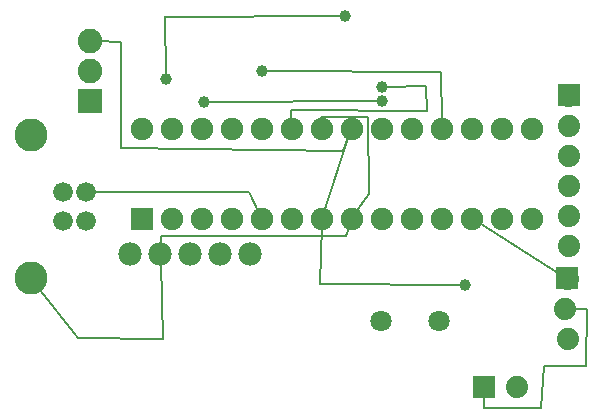
<source format=gbl>
G04 MADE WITH FRITZING*
G04 WWW.FRITZING.ORG*
G04 DOUBLE SIDED*
G04 HOLES PLATED*
G04 CONTOUR ON CENTER OF CONTOUR VECTOR*
%ASAXBY*%
%FSLAX23Y23*%
%MOIN*%
%OFA0B0*%
%SFA1.0B1.0*%
%ADD10C,0.039370*%
%ADD11C,0.075000*%
%ADD12C,0.070925*%
%ADD13C,0.070866*%
%ADD14C,0.082000*%
%ADD15C,0.078000*%
%ADD16C,0.074000*%
%ADD17C,0.066000*%
%ADD18C,0.110000*%
%ADD19R,0.075000X0.075000*%
%ADD20R,0.082000X0.082000*%
%ADD21C,0.008000*%
%ADD22R,0.001000X0.001000*%
%LNCOPPER0*%
G90*
G70*
G54D10*
X1534Y437D03*
X1256Y1098D03*
X664Y1050D03*
X1255Y1052D03*
X855Y1152D03*
X535Y1124D03*
X1134Y1336D03*
G54D11*
X455Y659D03*
X455Y959D03*
X555Y659D03*
X555Y959D03*
X655Y659D03*
X655Y959D03*
X755Y659D03*
X755Y959D03*
X855Y659D03*
X855Y959D03*
X955Y659D03*
X955Y959D03*
X1055Y659D03*
X1055Y959D03*
X1155Y659D03*
X1155Y959D03*
X1255Y659D03*
X1255Y959D03*
X1355Y659D03*
X1355Y959D03*
X1455Y659D03*
X1455Y959D03*
X1555Y659D03*
X1555Y959D03*
X1655Y659D03*
X1655Y959D03*
X1755Y659D03*
X1755Y959D03*
G54D12*
X1253Y318D03*
G54D13*
X1446Y318D03*
G54D14*
X282Y1052D03*
X282Y1152D03*
X282Y1252D03*
G54D15*
X418Y543D03*
X518Y543D03*
X618Y543D03*
X718Y543D03*
X818Y543D03*
G54D16*
X1880Y1070D03*
X1880Y970D03*
X1880Y870D03*
X1880Y770D03*
X1880Y670D03*
X1880Y570D03*
X1875Y459D03*
X1865Y359D03*
X1875Y259D03*
X1598Y99D03*
X1708Y99D03*
G54D17*
X271Y651D03*
X271Y750D03*
X193Y750D03*
X193Y651D03*
G54D18*
X86Y463D03*
X86Y937D03*
G54D19*
X455Y659D03*
G54D20*
X282Y1052D03*
G54D21*
X814Y750D02*
X295Y750D01*
D02*
X846Y680D02*
X814Y750D01*
D02*
X244Y262D02*
X528Y259D01*
D02*
X528Y259D02*
X519Y518D01*
D02*
X117Y423D02*
X244Y262D01*
D02*
X1148Y937D02*
X1063Y681D01*
D02*
X1575Y647D02*
X1853Y473D01*
D02*
X1050Y442D02*
X1520Y437D01*
D02*
X1055Y636D02*
X1050Y442D01*
D02*
X1404Y1101D02*
X1270Y1098D01*
D02*
X953Y1022D02*
X1406Y1019D01*
D02*
X1406Y1019D02*
X1404Y1101D01*
D02*
X954Y982D02*
X953Y1022D01*
D02*
X1241Y1052D02*
X677Y1050D01*
D02*
X385Y1248D02*
X309Y1251D01*
D02*
X1128Y884D02*
X385Y895D01*
D02*
X385Y895D02*
X385Y1248D01*
D02*
X1148Y937D02*
X1128Y884D01*
D02*
X1454Y1149D02*
X868Y1152D01*
D02*
X1455Y982D02*
X1454Y1149D01*
D02*
X535Y1137D02*
X533Y1334D01*
D02*
X533Y1333D02*
X1121Y1336D01*
D02*
X1209Y1000D02*
X1054Y998D01*
D02*
X1054Y998D02*
X1055Y982D01*
D02*
X1213Y743D02*
X1209Y1000D01*
D02*
X1168Y678D02*
X1213Y743D01*
D02*
X519Y602D02*
X519Y567D01*
D02*
X1137Y601D02*
X519Y602D01*
D02*
X1149Y637D02*
X1137Y601D01*
D02*
X1597Y29D02*
X1598Y73D01*
D02*
X1940Y357D02*
X1935Y170D01*
D02*
X1935Y170D02*
X1795Y167D01*
D02*
X1795Y167D02*
X1788Y29D01*
D02*
X1788Y29D02*
X1597Y29D01*
D02*
X1890Y358D02*
X1940Y357D01*
G54D22*
X1843Y1107D02*
X1915Y1107D01*
X1842Y1106D02*
X1915Y1106D01*
X1842Y1105D02*
X1915Y1105D01*
X1842Y1104D02*
X1915Y1104D01*
X1842Y1103D02*
X1915Y1103D01*
X1842Y1102D02*
X1915Y1102D01*
X1842Y1101D02*
X1915Y1101D01*
X1842Y1100D02*
X1915Y1100D01*
X1842Y1099D02*
X1915Y1099D01*
X1842Y1098D02*
X1915Y1098D01*
X1842Y1097D02*
X1915Y1097D01*
X1842Y1096D02*
X1915Y1096D01*
X1842Y1095D02*
X1915Y1095D01*
X1842Y1094D02*
X1915Y1094D01*
X1842Y1093D02*
X1915Y1093D01*
X1842Y1092D02*
X1915Y1092D01*
X1842Y1091D02*
X1915Y1091D01*
X1842Y1090D02*
X1875Y1090D01*
X1883Y1090D02*
X1915Y1090D01*
X1842Y1089D02*
X1871Y1089D01*
X1887Y1089D02*
X1915Y1089D01*
X1842Y1088D02*
X1869Y1088D01*
X1889Y1088D02*
X1915Y1088D01*
X1842Y1087D02*
X1867Y1087D01*
X1890Y1087D02*
X1915Y1087D01*
X1842Y1086D02*
X1866Y1086D01*
X1892Y1086D02*
X1915Y1086D01*
X1842Y1085D02*
X1865Y1085D01*
X1893Y1085D02*
X1915Y1085D01*
X1842Y1084D02*
X1864Y1084D01*
X1894Y1084D02*
X1915Y1084D01*
X1842Y1083D02*
X1863Y1083D01*
X1895Y1083D02*
X1915Y1083D01*
X1842Y1082D02*
X1862Y1082D01*
X1896Y1082D02*
X1915Y1082D01*
X1842Y1081D02*
X1862Y1081D01*
X1896Y1081D02*
X1915Y1081D01*
X1842Y1080D02*
X1861Y1080D01*
X1897Y1080D02*
X1915Y1080D01*
X1842Y1079D02*
X1860Y1079D01*
X1897Y1079D02*
X1915Y1079D01*
X1842Y1078D02*
X1860Y1078D01*
X1898Y1078D02*
X1915Y1078D01*
X1842Y1077D02*
X1860Y1077D01*
X1898Y1077D02*
X1915Y1077D01*
X1842Y1076D02*
X1859Y1076D01*
X1899Y1076D02*
X1915Y1076D01*
X1842Y1075D02*
X1859Y1075D01*
X1899Y1075D02*
X1915Y1075D01*
X1842Y1074D02*
X1859Y1074D01*
X1899Y1074D02*
X1915Y1074D01*
X1842Y1073D02*
X1859Y1073D01*
X1899Y1073D02*
X1915Y1073D01*
X1842Y1072D02*
X1859Y1072D01*
X1899Y1072D02*
X1915Y1072D01*
X1842Y1071D02*
X1858Y1071D01*
X1899Y1071D02*
X1915Y1071D01*
X1842Y1070D02*
X1858Y1070D01*
X1899Y1070D02*
X1915Y1070D01*
X1842Y1069D02*
X1858Y1069D01*
X1899Y1069D02*
X1915Y1069D01*
X1842Y1068D02*
X1859Y1068D01*
X1899Y1068D02*
X1915Y1068D01*
X1842Y1067D02*
X1859Y1067D01*
X1899Y1067D02*
X1915Y1067D01*
X1842Y1066D02*
X1859Y1066D01*
X1899Y1066D02*
X1915Y1066D01*
X1842Y1065D02*
X1859Y1065D01*
X1899Y1065D02*
X1915Y1065D01*
X1842Y1064D02*
X1859Y1064D01*
X1898Y1064D02*
X1915Y1064D01*
X1842Y1063D02*
X1860Y1063D01*
X1898Y1063D02*
X1915Y1063D01*
X1842Y1062D02*
X1860Y1062D01*
X1898Y1062D02*
X1915Y1062D01*
X1842Y1061D02*
X1861Y1061D01*
X1897Y1061D02*
X1915Y1061D01*
X1842Y1060D02*
X1861Y1060D01*
X1897Y1060D02*
X1915Y1060D01*
X1842Y1059D02*
X1862Y1059D01*
X1896Y1059D02*
X1915Y1059D01*
X1842Y1058D02*
X1863Y1058D01*
X1895Y1058D02*
X1915Y1058D01*
X1842Y1057D02*
X1864Y1057D01*
X1894Y1057D02*
X1915Y1057D01*
X1842Y1056D02*
X1865Y1056D01*
X1893Y1056D02*
X1915Y1056D01*
X1842Y1055D02*
X1866Y1055D01*
X1892Y1055D02*
X1915Y1055D01*
X1842Y1054D02*
X1867Y1054D01*
X1891Y1054D02*
X1915Y1054D01*
X1842Y1053D02*
X1869Y1053D01*
X1889Y1053D02*
X1915Y1053D01*
X1842Y1052D02*
X1870Y1052D01*
X1887Y1052D02*
X1915Y1052D01*
X1842Y1051D02*
X1873Y1051D01*
X1884Y1051D02*
X1915Y1051D01*
X1842Y1050D02*
X1915Y1050D01*
X1842Y1049D02*
X1915Y1049D01*
X1842Y1048D02*
X1915Y1048D01*
X1842Y1047D02*
X1915Y1047D01*
X1842Y1046D02*
X1915Y1046D01*
X1842Y1045D02*
X1915Y1045D01*
X1842Y1044D02*
X1915Y1044D01*
X1842Y1043D02*
X1915Y1043D01*
X1842Y1042D02*
X1915Y1042D01*
X1842Y1041D02*
X1915Y1041D01*
X1842Y1040D02*
X1915Y1040D01*
X1842Y1039D02*
X1915Y1039D01*
X1842Y1038D02*
X1915Y1038D01*
X1842Y1037D02*
X1915Y1037D01*
X1842Y1036D02*
X1915Y1036D01*
X1842Y1035D02*
X1915Y1035D01*
X1842Y1034D02*
X1915Y1034D01*
X1838Y497D02*
X1910Y497D01*
X1837Y496D02*
X1910Y496D01*
X1837Y495D02*
X1910Y495D01*
X1837Y494D02*
X1910Y494D01*
X1837Y493D02*
X1910Y493D01*
X1837Y492D02*
X1910Y492D01*
X1837Y491D02*
X1910Y491D01*
X1837Y490D02*
X1910Y490D01*
X1837Y489D02*
X1910Y489D01*
X1837Y488D02*
X1910Y488D01*
X1837Y487D02*
X1910Y487D01*
X1837Y486D02*
X1910Y486D01*
X1837Y485D02*
X1910Y485D01*
X1837Y484D02*
X1910Y484D01*
X1837Y483D02*
X1910Y483D01*
X1837Y482D02*
X1910Y482D01*
X1837Y481D02*
X1910Y481D01*
X1837Y480D02*
X1871Y480D01*
X1877Y480D02*
X1910Y480D01*
X1837Y479D02*
X1867Y479D01*
X1881Y479D02*
X1910Y479D01*
X1837Y478D02*
X1864Y478D01*
X1883Y478D02*
X1910Y478D01*
X1837Y477D02*
X1863Y477D01*
X1885Y477D02*
X1910Y477D01*
X1837Y476D02*
X1861Y476D01*
X1887Y476D02*
X1910Y476D01*
X1837Y475D02*
X1860Y475D01*
X1888Y475D02*
X1910Y475D01*
X1837Y474D02*
X1859Y474D01*
X1889Y474D02*
X1910Y474D01*
X1837Y473D02*
X1858Y473D01*
X1890Y473D02*
X1910Y473D01*
X1837Y472D02*
X1857Y472D01*
X1891Y472D02*
X1910Y472D01*
X1837Y471D02*
X1857Y471D01*
X1891Y471D02*
X1910Y471D01*
X1837Y470D02*
X1856Y470D01*
X1892Y470D02*
X1910Y470D01*
X1837Y469D02*
X1856Y469D01*
X1892Y469D02*
X1910Y469D01*
X1837Y468D02*
X1855Y468D01*
X1893Y468D02*
X1910Y468D01*
X1837Y467D02*
X1855Y467D01*
X1893Y467D02*
X1910Y467D01*
X1837Y466D02*
X1854Y466D01*
X1894Y466D02*
X1910Y466D01*
X1837Y465D02*
X1854Y465D01*
X1894Y465D02*
X1910Y465D01*
X1837Y464D02*
X1854Y464D01*
X1894Y464D02*
X1910Y464D01*
X1837Y463D02*
X1854Y463D01*
X1894Y463D02*
X1910Y463D01*
X1837Y462D02*
X1854Y462D01*
X1894Y462D02*
X1910Y462D01*
X1837Y461D02*
X1853Y461D01*
X1894Y461D02*
X1910Y461D01*
X1837Y460D02*
X1853Y460D01*
X1894Y460D02*
X1910Y460D01*
X1837Y459D02*
X1853Y459D01*
X1894Y459D02*
X1910Y459D01*
X1837Y458D02*
X1854Y458D01*
X1894Y458D02*
X1910Y458D01*
X1837Y457D02*
X1854Y457D01*
X1894Y457D02*
X1910Y457D01*
X1837Y456D02*
X1854Y456D01*
X1894Y456D02*
X1910Y456D01*
X1837Y455D02*
X1854Y455D01*
X1894Y455D02*
X1910Y455D01*
X1837Y454D02*
X1854Y454D01*
X1893Y454D02*
X1910Y454D01*
X1837Y453D02*
X1855Y453D01*
X1893Y453D02*
X1910Y453D01*
X1837Y452D02*
X1855Y452D01*
X1893Y452D02*
X1910Y452D01*
X1837Y451D02*
X1856Y451D01*
X1892Y451D02*
X1910Y451D01*
X1837Y450D02*
X1856Y450D01*
X1892Y450D02*
X1910Y450D01*
X1837Y449D02*
X1857Y449D01*
X1891Y449D02*
X1910Y449D01*
X1837Y448D02*
X1858Y448D01*
X1890Y448D02*
X1910Y448D01*
X1837Y447D02*
X1858Y447D01*
X1889Y447D02*
X1910Y447D01*
X1837Y446D02*
X1859Y446D01*
X1889Y446D02*
X1910Y446D01*
X1837Y445D02*
X1860Y445D01*
X1887Y445D02*
X1910Y445D01*
X1837Y444D02*
X1862Y444D01*
X1886Y444D02*
X1910Y444D01*
X1837Y443D02*
X1863Y443D01*
X1885Y443D02*
X1910Y443D01*
X1837Y442D02*
X1865Y442D01*
X1883Y442D02*
X1910Y442D01*
X1837Y441D02*
X1868Y441D01*
X1880Y441D02*
X1910Y441D01*
X1837Y440D02*
X1910Y440D01*
X1837Y439D02*
X1910Y439D01*
X1837Y438D02*
X1910Y438D01*
X1837Y437D02*
X1910Y437D01*
X1837Y436D02*
X1910Y436D01*
X1837Y435D02*
X1910Y435D01*
X1837Y434D02*
X1910Y434D01*
X1837Y433D02*
X1910Y433D01*
X1837Y432D02*
X1910Y432D01*
X1837Y431D02*
X1910Y431D01*
X1837Y430D02*
X1910Y430D01*
X1837Y429D02*
X1910Y429D01*
X1837Y428D02*
X1910Y428D01*
X1837Y427D02*
X1910Y427D01*
X1837Y426D02*
X1910Y426D01*
X1837Y425D02*
X1910Y425D01*
X1837Y424D02*
X1910Y424D01*
X1561Y136D02*
X1634Y136D01*
X1561Y135D02*
X1634Y135D01*
X1561Y134D02*
X1634Y134D01*
X1561Y133D02*
X1634Y133D01*
X1561Y132D02*
X1634Y132D01*
X1561Y131D02*
X1634Y131D01*
X1561Y130D02*
X1634Y130D01*
X1561Y129D02*
X1634Y129D01*
X1561Y128D02*
X1634Y128D01*
X1561Y127D02*
X1634Y127D01*
X1561Y126D02*
X1634Y126D01*
X1561Y125D02*
X1634Y125D01*
X1561Y124D02*
X1634Y124D01*
X1561Y123D02*
X1634Y123D01*
X1561Y122D02*
X1634Y122D01*
X1561Y121D02*
X1634Y121D01*
X1561Y120D02*
X1634Y120D01*
X1561Y119D02*
X1590Y119D01*
X1604Y119D02*
X1634Y119D01*
X1561Y118D02*
X1588Y118D01*
X1606Y118D02*
X1634Y118D01*
X1561Y117D02*
X1586Y117D01*
X1608Y117D02*
X1634Y117D01*
X1561Y116D02*
X1585Y116D01*
X1609Y116D02*
X1634Y116D01*
X1561Y115D02*
X1583Y115D01*
X1611Y115D02*
X1634Y115D01*
X1561Y114D02*
X1582Y114D01*
X1612Y114D02*
X1634Y114D01*
X1561Y113D02*
X1581Y113D01*
X1613Y113D02*
X1634Y113D01*
X1561Y112D02*
X1581Y112D01*
X1613Y112D02*
X1634Y112D01*
X1561Y111D02*
X1580Y111D01*
X1614Y111D02*
X1634Y111D01*
X1561Y110D02*
X1579Y110D01*
X1615Y110D02*
X1634Y110D01*
X1561Y109D02*
X1579Y109D01*
X1615Y109D02*
X1634Y109D01*
X1561Y108D02*
X1578Y108D01*
X1616Y108D02*
X1634Y108D01*
X1561Y107D02*
X1578Y107D01*
X1616Y107D02*
X1634Y107D01*
X1561Y106D02*
X1577Y106D01*
X1617Y106D02*
X1634Y106D01*
X1561Y105D02*
X1577Y105D01*
X1617Y105D02*
X1634Y105D01*
X1561Y104D02*
X1577Y104D01*
X1617Y104D02*
X1634Y104D01*
X1561Y103D02*
X1577Y103D01*
X1617Y103D02*
X1634Y103D01*
X1561Y102D02*
X1577Y102D01*
X1617Y102D02*
X1634Y102D01*
X1561Y101D02*
X1577Y101D01*
X1617Y101D02*
X1634Y101D01*
X1561Y100D02*
X1577Y100D01*
X1617Y100D02*
X1634Y100D01*
X1561Y99D02*
X1577Y99D01*
X1617Y99D02*
X1634Y99D01*
X1561Y98D02*
X1577Y98D01*
X1617Y98D02*
X1634Y98D01*
X1561Y97D02*
X1577Y97D01*
X1617Y97D02*
X1634Y97D01*
X1561Y96D02*
X1577Y96D01*
X1617Y96D02*
X1634Y96D01*
X1561Y95D02*
X1577Y95D01*
X1617Y95D02*
X1634Y95D01*
X1561Y94D02*
X1577Y94D01*
X1617Y94D02*
X1634Y94D01*
X1561Y93D02*
X1578Y93D01*
X1616Y93D02*
X1634Y93D01*
X1561Y92D02*
X1578Y92D01*
X1616Y92D02*
X1634Y92D01*
X1561Y91D02*
X1579Y91D01*
X1615Y91D02*
X1634Y91D01*
X1561Y90D02*
X1579Y90D01*
X1615Y90D02*
X1634Y90D01*
X1561Y89D02*
X1580Y89D01*
X1614Y89D02*
X1634Y89D01*
X1561Y88D02*
X1580Y88D01*
X1614Y88D02*
X1634Y88D01*
X1561Y87D02*
X1581Y87D01*
X1613Y87D02*
X1634Y87D01*
X1561Y86D02*
X1582Y86D01*
X1612Y86D02*
X1634Y86D01*
X1561Y85D02*
X1583Y85D01*
X1611Y85D02*
X1634Y85D01*
X1561Y84D02*
X1584Y84D01*
X1610Y84D02*
X1634Y84D01*
X1561Y83D02*
X1586Y83D01*
X1608Y83D02*
X1634Y83D01*
X1561Y82D02*
X1588Y82D01*
X1606Y82D02*
X1634Y82D01*
X1561Y81D02*
X1590Y81D01*
X1604Y81D02*
X1634Y81D01*
X1561Y80D02*
X1596Y80D01*
X1598Y80D02*
X1634Y80D01*
X1561Y79D02*
X1634Y79D01*
X1561Y78D02*
X1634Y78D01*
X1561Y77D02*
X1634Y77D01*
X1561Y76D02*
X1634Y76D01*
X1561Y75D02*
X1634Y75D01*
X1561Y74D02*
X1634Y74D01*
X1561Y73D02*
X1634Y73D01*
X1561Y72D02*
X1634Y72D01*
X1561Y71D02*
X1634Y71D01*
X1561Y70D02*
X1634Y70D01*
X1561Y69D02*
X1634Y69D01*
X1561Y68D02*
X1634Y68D01*
X1561Y67D02*
X1634Y67D01*
X1561Y66D02*
X1634Y66D01*
X1561Y65D02*
X1634Y65D01*
X1561Y64D02*
X1634Y64D01*
X1561Y63D02*
X1633Y63D01*
D02*
G04 End of Copper0*
M02*
</source>
